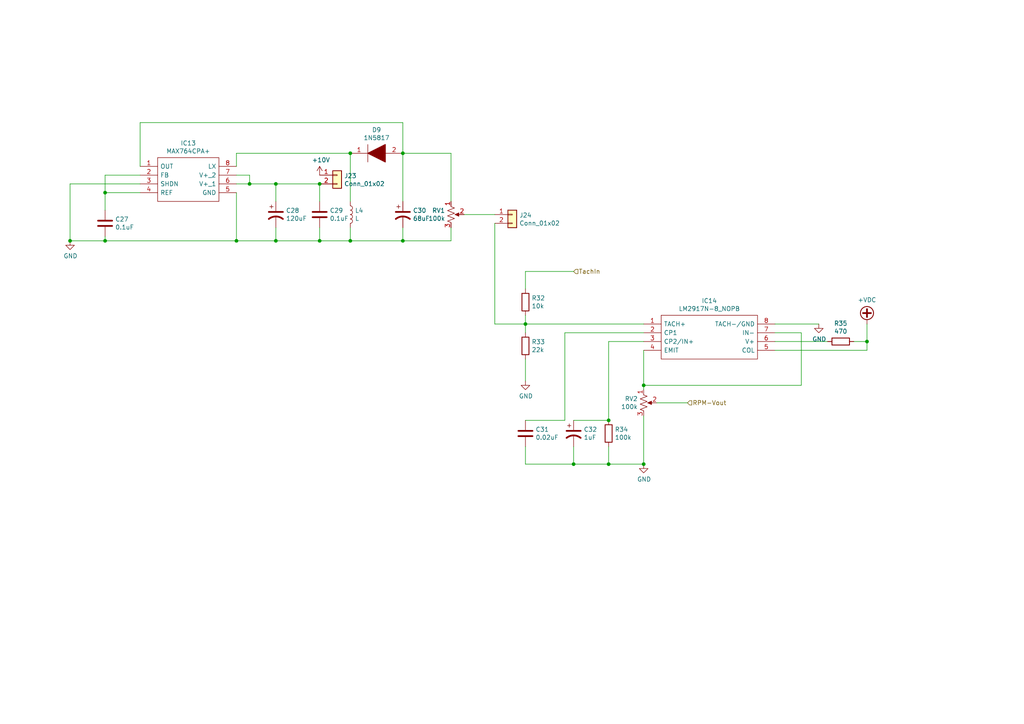
<source format=kicad_sch>
(kicad_sch (version 20211123) (generator eeschema)
  (paper "A4")
  (lib_symbols
    (symbol "Connector_Generic:Conn_01x02" (pin_names (offset 1.016) hide)
      (property "Reference" "J" (at 0 2.54 0))
      (property "Value" "Conn_01x02" (at 0 -5.08 0))
      (symbol "Conn_01x02_1_1"
        (rectangle (start -1.27 -2.413) (end 0 -2.667) (stroke (width 0.1524)))
        (rectangle (start -1.27 0.127) (end 0 -0.127) (stroke (width 0.1524)))
        (rectangle (start -1.27 1.27) (end 1.27 -3.81) (stroke (width 0.254)) (fill (type background)))
        (pin passive line (at -5.08 0 0) (length 3.81) (name "Pin_1") (number "1"))
        (pin passive line (at -5.08 -2.54 0) (length 3.81) (name "Pin_2") (number "2"))
      )
    )
    (symbol "Device:C" (pin_numbers hide) (pin_names (offset 0.254))
      (property "Reference" "C" (at 0.635 2.54 0))
      (property "Value" "C" (at 0.635 -2.54 0))
      (symbol "C_0_1"
        (polyline (pts (xy -2.032 -0.762) (xy 2.032 -0.762)) (stroke (width 0.508)))
        (polyline (pts (xy -2.032 0.762) (xy 2.032 0.762)) (stroke (width 0.508)))
      )
      (symbol "C_1_1"
        (pin passive line (at 0 3.81 270) (length 2.794) (name "~") (number "1"))
        (pin passive line (at 0 -3.81 90) (length 2.794) (name "~") (number "2"))
      )
    )
    (symbol "Device:CP1" (pin_numbers hide) (pin_names (offset 0.254) hide)
      (property "Reference" "C" (at 0.635 2.54 0))
      (property "Value" "Device_CP1" (at 0.635 -2.54 0))
      (symbol "CP1_0_1"
        (polyline (pts (xy -2.032 0.762) (xy 2.032 0.762)) (stroke (width 0.508)))
        (polyline (pts (xy -1.778 2.286) (xy -0.762 2.286)))
        (polyline (pts (xy -1.27 1.778) (xy -1.27 2.794)))
        (arc (start 2.032 -1.27) (mid 0 -0.5572) (end -2.032 -1.27) (stroke (width 0.508)))
      )
      (symbol "CP1_1_1"
        (pin passive line (at 0 3.81 270) (length 2.794) (name "~") (number "1"))
        (pin passive line (at 0 -3.81 90) (length 3.302) (name "~") (number "2"))
      )
    )
    (symbol "Device:L" (pin_numbers hide) (pin_names (offset 1.016) hide)
      (property "Reference" "L" (at -1.27 0 90))
      (property "Value" "L" (at 1.905 0 90))
      (symbol "L_0_1"
        (arc (start 0 -2.54) (mid 0.635 -1.905) (end 0 -1.27))
        (arc (start 0 -1.27) (mid 0.635 -0.635) (end 0 0))
        (arc (start 0 0) (mid 0.635 0.635) (end 0 1.27))
        (arc (start 0 1.27) (mid 0.635 1.905) (end 0 2.54))
      )
      (symbol "L_1_1"
        (pin passive line (at 0 3.81 270) (length 1.27) (name "1") (number "1"))
        (pin passive line (at 0 -3.81 90) (length 1.27) (name "2") (number "2"))
      )
    )
    (symbol "Device:R" (pin_numbers hide) (pin_names (offset 0))
      (property "Reference" "R" (at 2.032 0 90))
      (property "Value" "R" (at 0 0 90))
      (symbol "R_0_1"
        (rectangle (start -1.016 -2.54) (end 1.016 2.54) (stroke (width 0.254)))
      )
      (symbol "R_1_1"
        (pin passive line (at 0 3.81 270) (length 1.27) (name "~") (number "1"))
        (pin passive line (at 0 -3.81 90) (length 1.27) (name "~") (number "2"))
      )
    )
    (symbol "Device:R_POT_US" (pin_names (offset 1.016) hide)
      (property "Reference" "RV" (at -4.445 0 90))
      (property "Value" "Device_R_POT_US" (at -2.54 0 90))
      (symbol "R_POT_US_0_1"
        (polyline (pts (xy 0 -2.286) (xy 0 -2.54)))
        (polyline (pts (xy 0 2.54) (xy 0 2.286)))
        (polyline (pts (xy 2.54 0) (xy 1.524 0)))
        (polyline (pts (xy 1.143 0) (xy 2.286 0.508) (xy 2.286 -0.508) (xy 1.143 0)) (fill (type outline)))
        (polyline (pts (xy 0 -0.762) (xy 1.016 -1.143) (xy 0 -1.524) (xy -1.016 -1.905) (xy 0 -2.286)))
        (polyline (pts (xy 0 0.762) (xy 1.016 0.381) (xy 0 0) (xy -1.016 -0.381) (xy 0 -0.762)))
        (polyline (pts (xy 0 2.286) (xy 1.016 1.905) (xy 0 1.524) (xy -1.016 1.143) (xy 0 0.762)))
      )
      (symbol "R_POT_US_1_1"
        (pin passive line (at 0 3.81 270) (length 1.27) (name "1") (number "1"))
        (pin passive line (at 3.81 0 180) (length 1.27) (name "2") (number "2"))
        (pin passive line (at 0 -3.81 90) (length 1.27) (name "3") (number "3"))
      )
    )
    (symbol "SamacSys_Parts:1N5817" (pin_names (offset 0.762))
      (property "Reference" "D" (at 11.43 5.08 0))
      (property "Value" "SamacSys_Parts_1N5817" (at 11.43 2.54 0))
      (symbol "1N5817_0_0"
        (pin passive line (at 0 0 0) (length 5.08) (name "~") (number "1"))
        (pin passive line (at 15.24 0 180) (length 5.08) (name "~") (number "2"))
      )
      (symbol "1N5817_0_1"
        (polyline (pts (xy 5.08 2.54) (xy 5.08 -2.54)) (stroke (width 0.1524)))
        (polyline (pts (xy 5.08 0) (xy 10.16 2.54) (xy 10.16 -2.54) (xy 5.08 0)) (stroke (width 0.254)) (fill (type outline)))
      )
    )
    (symbol "SamacSys_Parts:LM2917N-8_NOPB" (pin_names (offset 0.762))
      (property "Reference" "IC" (at 34.29 7.62 0))
      (property "Value" "SamacSys_Parts_LM2917N-8_NOPB" (at 34.29 5.08 0))
      (symbol "LM2917N-8_NOPB_0_0"
        (pin passive line (at 0 0 0) (length 5.08) (name "TACH+") (number "1"))
        (pin passive line (at 0 -2.54 0) (length 5.08) (name "CP1") (number "2"))
        (pin passive line (at 0 -5.08 0) (length 5.08) (name "CP2/IN+") (number "3"))
        (pin passive line (at 0 -7.62 0) (length 5.08) (name "EMIT") (number "4"))
        (pin passive line (at 38.1 -7.62 180) (length 5.08) (name "COL") (number "5"))
        (pin passive line (at 38.1 -5.08 180) (length 5.08) (name "V+") (number "6"))
        (pin passive line (at 38.1 -2.54 180) (length 5.08) (name "IN-") (number "7"))
        (pin passive line (at 38.1 0 180) (length 5.08) (name "TACH-/GND") (number "8"))
      )
      (symbol "LM2917N-8_NOPB_0_1"
        (polyline (pts (xy 5.08 2.54) (xy 33.02 2.54) (xy 33.02 -10.16) (xy 5.08 -10.16) (xy 5.08 2.54)) (stroke (width 0.1524)))
      )
    )
    (symbol "SamacSys_Parts:MAX764CPA+" (pin_names (offset 0.762))
      (property "Reference" "IC" (at 24.13 7.62 0))
      (property "Value" "SamacSys_Parts_MAX764CPA+" (at 24.13 5.08 0))
      (symbol "MAX764CPA+_0_0"
        (pin passive line (at 0 0 0) (length 5.08) (name "OUT") (number "1"))
        (pin passive line (at 0 -2.54 0) (length 5.08) (name "FB") (number "2"))
        (pin passive line (at 0 -5.08 0) (length 5.08) (name "SHDN") (number "3"))
        (pin passive line (at 0 -7.62 0) (length 5.08) (name "REF") (number "4"))
        (pin passive line (at 27.94 -7.62 180) (length 5.08) (name "GND") (number "5"))
        (pin passive line (at 27.94 -5.08 180) (length 5.08) (name "V+_1") (number "6"))
        (pin passive line (at 27.94 -2.54 180) (length 5.08) (name "V+_2") (number "7"))
        (pin passive line (at 27.94 0 180) (length 5.08) (name "LX") (number "8"))
      )
      (symbol "MAX764CPA+_0_1"
        (polyline (pts (xy 5.08 2.54) (xy 22.86 2.54) (xy 22.86 -10.16) (xy 5.08 -10.16) (xy 5.08 2.54)) (stroke (width 0.1524)))
      )
    )
    (symbol "power:+10V" (power) (pin_names (offset 0))
      (property "Value" "+10V" (at 0 3.556 0))
      (symbol "+10V_0_1"
        (polyline (pts (xy -0.762 1.27) (xy 0 2.54)))
        (polyline (pts (xy 0 0) (xy 0 2.54)))
        (polyline (pts (xy 0 2.54) (xy 0.762 1.27)))
      )
      (symbol "+10V_1_1"
        (pin power_in line (at 0 0 90) (length 0) hide (name "+10V") (number "1"))
      )
    )
    (symbol "power:+VDC" (power) (pin_names (offset 0))
      (property "Value" "+VDC" (at 0 6.35 0))
      (symbol "+VDC_0_1"
        (polyline (pts (xy -1.143 3.175) (xy 1.143 3.175)) (stroke (width 0.508)))
        (polyline (pts (xy 0 0) (xy 0 1.27)))
        (polyline (pts (xy 0 2.032) (xy 0 4.318)) (stroke (width 0.508)))
        (circle (center 0 3.175) (radius 1.905) (stroke (width 0.254)))
      )
      (symbol "+VDC_1_1"
        (pin power_in line (at 0 0 90) (length 0) hide (name "+VDC") (number "1"))
      )
    )
    (symbol "power:GND" (power) (pin_names (offset 0))
      (property "Value" "GND" (at 0 -3.81 0))
      (symbol "GND_0_1"
        (polyline (pts (xy 0 0) (xy 0 -1.27) (xy 1.27 -1.27) (xy 0 -2.54) (xy -1.27 -1.27) (xy 0 -1.27)))
      )
      (symbol "GND_1_1"
        (pin power_in line (at 0 0 270) (length 0) hide (name "GND") (number "1"))
      )
    )
  )
  (junction (at 251.46 99.06))
  (junction (at 116.84 69.85))
  (junction (at 186.69 111.76))
  (junction (at 80.01 69.85))
  (junction (at 101.6 44.45))
  (junction (at 92.71 69.85))
  (junction (at 20.32 69.85))
  (junction (at 176.53 134.62))
  (junction (at 30.48 55.88))
  (junction (at 166.37 134.62))
  (junction (at 30.48 69.85))
  (junction (at 101.6 69.85))
  (junction (at 116.84 44.45))
  (junction (at 72.39 53.34))
  (junction (at 92.71 53.34))
  (junction (at 80.01 53.34))
  (junction (at 186.69 134.62))
  (junction (at 176.53 121.92))
  (junction (at 152.4 93.98))
  (junction (at 68.58 69.85))
  (wire (pts (xy 101.6 58.42) (xy 101.6 44.45)))
  (wire (pts (xy 251.46 99.06) (xy 251.46 93.98)))
  (wire (pts (xy 30.48 69.85) (xy 20.32 69.85)))
  (wire (pts (xy 152.4 129.54) (xy 152.4 134.62)))
  (wire (pts (xy 130.81 58.42) (xy 130.81 44.45)))
  (wire (pts (xy 152.4 93.98) (xy 186.69 93.98)))
  (wire (pts (xy 80.01 66.04) (xy 80.01 69.85)))
  (wire (pts (xy 176.53 121.92) (xy 166.37 121.92)))
  (wire (pts (xy 143.51 93.98) (xy 152.4 93.98)))
  (wire (pts (xy 143.51 64.77) (xy 143.51 93.98)))
  (wire (pts (xy 80.01 58.42) (xy 80.01 53.34)))
  (wire (pts (xy 152.4 93.98) (xy 152.4 96.52)))
  (wire (pts (xy 176.53 99.06) (xy 186.69 99.06)))
  (wire (pts (xy 20.32 53.34) (xy 40.64 53.34)))
  (wire (pts (xy 247.65 99.06) (xy 251.46 99.06)))
  (wire (pts (xy 176.53 121.92) (xy 176.53 99.06)))
  (wire (pts (xy 68.58 50.8) (xy 72.39 50.8)))
  (wire (pts (xy 72.39 50.8) (xy 72.39 53.34)))
  (wire (pts (xy 166.37 78.74) (xy 152.4 78.74)))
  (wire (pts (xy 30.48 68.58) (xy 30.48 69.85)))
  (wire (pts (xy 40.64 55.88) (xy 30.48 55.88)))
  (wire (pts (xy 152.4 91.44) (xy 152.4 93.98)))
  (wire (pts (xy 101.6 69.85) (xy 116.84 69.85)))
  (wire (pts (xy 116.84 69.85) (xy 116.84 66.04)))
  (wire (pts (xy 30.48 55.88) (xy 30.48 50.8)))
  (wire (pts (xy 152.4 121.92) (xy 163.83 121.92)))
  (wire (pts (xy 80.01 69.85) (xy 92.71 69.85)))
  (wire (pts (xy 116.84 44.45) (xy 116.84 58.42)))
  (wire (pts (xy 101.6 69.85) (xy 101.6 66.04)))
  (wire (pts (xy 130.81 44.45) (xy 116.84 44.45)))
  (wire (pts (xy 68.58 69.85) (xy 68.58 55.88)))
  (wire (pts (xy 30.48 69.85) (xy 68.58 69.85)))
  (wire (pts (xy 20.32 69.85) (xy 20.32 53.34)))
  (wire (pts (xy 163.83 121.92) (xy 163.83 96.52)))
  (wire (pts (xy 251.46 101.6) (xy 251.46 99.06)))
  (wire (pts (xy 224.79 101.6) (xy 251.46 101.6)))
  (wire (pts (xy 176.53 129.54) (xy 176.53 134.62)))
  (wire (pts (xy 166.37 129.54) (xy 166.37 134.62)))
  (wire (pts (xy 152.4 78.74) (xy 152.4 83.82)))
  (wire (pts (xy 68.58 44.45) (xy 68.58 48.26)))
  (wire (pts (xy 232.41 111.76) (xy 186.69 111.76)))
  (wire (pts (xy 92.71 53.34) (xy 80.01 53.34)))
  (wire (pts (xy 40.64 35.56) (xy 116.84 35.56)))
  (wire (pts (xy 72.39 53.34) (xy 68.58 53.34)))
  (wire (pts (xy 163.83 96.52) (xy 186.69 96.52)))
  (wire (pts (xy 186.69 120.65) (xy 186.69 134.62)))
  (wire (pts (xy 186.69 113.03) (xy 186.69 111.76)))
  (wire (pts (xy 80.01 53.34) (xy 72.39 53.34)))
  (wire (pts (xy 116.84 69.85) (xy 130.81 69.85)))
  (wire (pts (xy 40.64 48.26) (xy 40.64 35.56)))
  (wire (pts (xy 152.4 134.62) (xy 166.37 134.62)))
  (wire (pts (xy 101.6 44.45) (xy 68.58 44.45)))
  (wire (pts (xy 92.71 58.42) (xy 92.71 53.34)))
  (wire (pts (xy 166.37 134.62) (xy 176.53 134.62)))
  (wire (pts (xy 190.5 116.84) (xy 199.39 116.84)))
  (wire (pts (xy 134.62 62.23) (xy 143.51 62.23)))
  (wire (pts (xy 224.79 96.52) (xy 232.41 96.52)))
  (wire (pts (xy 92.71 69.85) (xy 92.71 66.04)))
  (wire (pts (xy 92.71 69.85) (xy 101.6 69.85)))
  (wire (pts (xy 30.48 50.8) (xy 40.64 50.8)))
  (wire (pts (xy 152.4 110.49) (xy 152.4 104.14)))
  (wire (pts (xy 224.79 99.06) (xy 240.03 99.06)))
  (wire (pts (xy 176.53 134.62) (xy 186.69 134.62)))
  (wire (pts (xy 232.41 96.52) (xy 232.41 111.76)))
  (wire (pts (xy 186.69 111.76) (xy 186.69 101.6)))
  (wire (pts (xy 237.49 93.98) (xy 224.79 93.98)))
  (wire (pts (xy 116.84 35.56) (xy 116.84 44.45)))
  (wire (pts (xy 68.58 69.85) (xy 80.01 69.85)))
  (wire (pts (xy 130.81 69.85) (xy 130.81 66.04)))
  (wire (pts (xy 30.48 60.96) (xy 30.48 55.88)))
  (hierarchical_label "TachIn" (shape input) (at 166.37 78.74 0))
  (hierarchical_label "RPM-Vout" (shape input) (at 199.39 116.84 0))
  (symbol (lib_id "SamacSys_Parts:MAX764CPA+") (at 40.64 48.26 0) (unit 1)
    (property "Reference" "IC13" (at 54.61 41.529 0))
    (property "Value" "MAX764CPA+" (at 54.61 43.8404 0))
    (property "Footprint" "SamacSys_Parts:DIP762W56P254L938H457Q8N" (effects hide))
    (property "Description" "MAX764CPA+, Switching Regulator, Buck Controller, 0.26A Adj./Fixed, -1 to -16V, 300kHz, 8-Pin PDIP N" (effects hide))
    (property "Height" "4.572" (effects hide))
    (property "Mouser Part Number" "700-MAX764CPA" (effects hide))
    (property "Mouser Price/Stock" "https://www.mouser.co.uk/ProductDetail/Maxim-Integrated/MAX764CPA%2b?qs=1THa7WoU59Fx8KnqjVs4NQ%3D%3D" (effects hide))
    (property "Manufacturer_Name" "Maxim Integrated" (effects hide))
    (property "Manufacturer_Part_Number" "MAX764CPA+" (effects hide))
  )
  (symbol (lib_id "SamacSys_Parts:LM2917N-8_NOPB") (at 186.69 93.98 0) (unit 1)
    (property "Reference" "IC14" (at 205.74 87.249 0))
    (property "Value" "LM2917N-8_NOPB" (at 205.74 89.5604 0))
    (property "Footprint" "SamacSys_Parts:DIP794W53P254L959H508Q8N" (effects hide))
    (property "Datasheet" "http://www.ti.com/lit/gpn/lm2917-n" (effects hide))
    (property "Description" "Frequency to Voltage Converter" (effects hide))
    (property "Height" "5.08" (effects hide))
    (property "Mouser Part Number" "926-LM2917N-8/NOPB" (effects hide))
    (property "Mouser Price/Stock" "https://www.mouser.co.uk/ProductDetail/Texas-Instruments/LM2917N-8-NOPB?qs=X1J7HmVL2ZHezbIGjS%252B%252BVQ%3D%3D" (effects hide))
    (property "Manufacturer_Name" "Texas Instruments" (effects hide))
    (property "Manufacturer_Part_Number" "LM2917N-8/NOPB" (effects hide))
  )
  (symbol (lib_id "power:GND") (at 20.32 69.85 0) (unit 1)
    (property "Reference" "#PWR087" (effects hide))
    (property "Value" "GND" (at 20.447 74.2442 0))
  )
  (symbol (lib_id "power:+10V") (at 92.71 50.8 0) (unit 1)
    (property "Reference" "#PWR088" (effects hide))
    (property "Value" "+10V" (at 93.091 46.4058 0))
  )
  (symbol (lib_id "power:+VDC") (at 251.46 93.98 0) (unit 1)
    (property "Reference" "#PWR092" (effects hide))
    (property "Value" "+VDC" (at 251.46 86.995 0))
  )
  (symbol (lib_id "Device:C") (at 30.48 64.77 0) (unit 1)
    (property "Reference" "C27" (at 33.401 63.6016 0) (effects (justify left)))
    (property "Value" "0.1uF" (at 33.401 65.913 0) (effects (justify left)))
    (property "Footprint" "Capacitor_THT:C_Disc_D7.5mm_W5.0mm_P10.00mm" (effects hide))
  )
  (symbol (lib_id "Device:CP1") (at 116.84 62.23 0) (unit 1)
    (property "Reference" "C30" (at 119.761 61.0616 0) (effects (justify left)))
    (property "Value" "68uF" (at 119.761 63.373 0) (effects (justify left)))
    (property "Footprint" "Capacitor_THT:CP_Radial_D10.0mm_P2.50mm_P5.00mm" (effects hide))
  )
  (symbol (lib_id "Device:CP1") (at 80.01 62.23 0) (unit 1)
    (property "Reference" "C28" (at 82.931 61.0616 0) (effects (justify left)))
    (property "Value" "120uF" (at 82.931 63.373 0) (effects (justify left)))
    (property "Footprint" "Capacitor_THT:CP_Radial_D10.0mm_P5.00mm" (effects hide))
  )
  (symbol (lib_id "Device:C") (at 92.71 62.23 0) (unit 1)
    (property "Reference" "C29" (at 95.631 61.0616 0) (effects (justify left)))
    (property "Value" "0.1uF" (at 95.631 63.373 0) (effects (justify left)))
    (property "Footprint" "Capacitor_THT:C_Disc_D7.5mm_W5.0mm_P10.00mm" (effects hide))
  )
  (symbol (lib_id "Device:L") (at 101.6 62.23 0) (unit 1)
    (property "Reference" "L4" (at 102.9462 61.0616 0) (effects (justify left)))
    (property "Value" "L" (at 102.9462 63.373 0) (effects (justify left)))
    (property "Footprint" "Inductor_THT:L_Axial_L7.0mm_D3.3mm_P10.16mm_Horizontal_Fastron_MICC" (effects hide))
  )
  (symbol (lib_id "SamacSys_Parts:1N5817") (at 101.6 44.45 0) (unit 1)
    (property "Reference" "D9" (at 109.22 37.6682 0))
    (property "Value" "1N5817" (at 109.22 39.9796 0))
    (property "Footprint" "SamacSys_Parts:DIOAD1414W86L464D238" (effects hide))
    (property "Datasheet" "http://www.st.com/web/en/resource/technical/document/datasheet/CD00001625.pdf" (effects hide))
    (property "Description" "1N5817, Schottky Diode,  1A max, 20V, 2-Pin, DO-41" (effects hide))
    (property "Mouser Part Number" "511-1N5817" (effects hide))
    (property "Mouser Price/Stock" "https://www.mouser.co.uk/ProductDetail/STMicroelectronics/1N5817?qs=JV7lzlMm3yKNnxZdh%252BSMnw%3D%3D" (effects hide))
    (property "Manufacturer_Name" "STMicroelectronics" (effects hide))
    (property "Manufacturer_Part_Number" "1N5817" (effects hide))
  )
  (symbol (lib_id "Connector_Generic:Conn_01x02") (at 148.59 62.23 0) (unit 1)
    (property "Reference" "J24" (at 150.622 62.4332 0) (effects (justify left)))
    (property "Value" "Conn_01x02" (at 150.622 64.7446 0) (effects (justify left)))
    (property "Footprint" "Connector_PinHeader_2.54mm:PinHeader_1x02_P2.54mm_Vertical" (effects hide))
  )
  (symbol (lib_id "Device:R_POT_US") (at 130.81 62.23 0) (unit 1)
    (property "Reference" "RV1" (at 129.1082 61.0616 0) (effects (justify right)))
    (property "Value" "100k" (at 129.1082 63.373 0) (effects (justify right)))
    (property "Footprint" "Potentiometer_THT:Potentiometer_Bourns_3296W_Vertical" (effects hide))
  )
  (symbol (lib_id "Device:R") (at 152.4 87.63 0) (unit 1)
    (property "Reference" "R32" (at 154.178 86.4616 0) (effects (justify left)))
    (property "Value" "10k" (at 154.178 88.773 0) (effects (justify left)))
    (property "Footprint" "Resistor_THT:R_Axial_DIN0207_L6.3mm_D2.5mm_P2.54mm_Vertical" (effects hide))
  )
  (symbol (lib_id "Device:R") (at 152.4 100.33 0) (unit 1)
    (property "Reference" "R33" (at 154.178 99.1616 0) (effects (justify left)))
    (property "Value" "22k" (at 154.178 101.473 0) (effects (justify left)))
    (property "Footprint" "Resistor_THT:R_Axial_DIN0207_L6.3mm_D2.5mm_P2.54mm_Vertical" (effects hide))
  )
  (symbol (lib_id "power:GND") (at 152.4 110.49 0) (unit 1)
    (property "Reference" "#PWR089" (effects hide))
    (property "Value" "GND" (at 152.527 114.8842 0))
  )
  (symbol (lib_id "power:GND") (at 237.49 93.98 0) (unit 1)
    (property "Reference" "#PWR091" (effects hide))
    (property "Value" "GND" (at 237.617 98.3742 0))
  )
  (symbol (lib_id "Device:R_POT_US") (at 186.69 116.84 0) (unit 1)
    (property "Reference" "RV2" (at 184.9882 115.6716 0) (effects (justify right)))
    (property "Value" "100k" (at 184.9882 117.983 0) (effects (justify right)))
    (property "Footprint" "Potentiometer_THT:Potentiometer_Bourns_3296W_Vertical" (effects hide))
  )
  (symbol (lib_id "power:GND") (at 186.69 134.62 0) (unit 1)
    (property "Reference" "#PWR090" (effects hide))
    (property "Value" "GND" (at 186.817 139.0142 0))
  )
  (symbol (lib_id "Device:R") (at 243.84 99.06 90) (unit 1)
    (property "Reference" "R35" (at 243.84 93.8022 90))
    (property "Value" "470" (at 243.84 96.1136 90))
    (property "Footprint" "Resistor_THT:R_Axial_DIN0207_L6.3mm_D2.5mm_P2.54mm_Vertical" (effects hide))
  )
  (symbol (lib_id "Device:R") (at 176.53 125.73 0) (unit 1)
    (property "Reference" "R34" (at 178.308 124.5616 0) (effects (justify left)))
    (property "Value" "100k" (at 178.308 126.873 0) (effects (justify left)))
    (property "Footprint" "Resistor_THT:R_Axial_DIN0207_L6.3mm_D2.5mm_P2.54mm_Vertical" (effects hide))
  )
  (symbol (lib_id "Device:CP1") (at 166.37 125.73 0) (unit 1)
    (property "Reference" "C32" (at 169.291 124.5616 0) (effects (justify left)))
    (property "Value" "1uF" (at 169.291 126.873 0) (effects (justify left)))
    (property "Footprint" "Capacitor_THT:CP_Radial_D7.5mm_P2.50mm" (effects hide))
  )
  (symbol (lib_id "Connector_Generic:Conn_01x02") (at 97.79 50.8 0) (unit 1)
    (property "Reference" "J23" (at 99.822 51.0032 0) (effects (justify left)))
    (property "Value" "Conn_01x02" (at 99.822 53.3146 0) (effects (justify left)))
    (property "Footprint" "Connector_PinHeader_2.54mm:PinHeader_1x02_P2.54mm_Vertical" (effects hide))
  )
  (symbol (lib_id "Device:C") (at 152.4 125.73 0) (unit 1)
    (property "Reference" "C31" (at 155.321 124.5616 0) (effects (justify left)))
    (property "Value" "0.02uF" (at 155.321 126.873 0) (effects (justify left)))
    (property "Footprint" "Capacitor_Tantalum_SMD:CP_EIA-3528-15_AVX-H_Pad1.50x2.35mm_HandSolder" (effects hide))
  )
)
</source>
